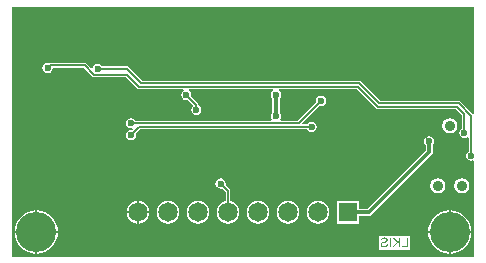
<source format=gbl>
G04*
G04 #@! TF.GenerationSoftware,Altium Limited,Altium Designer,21.6.4 (81)*
G04*
G04 Layer_Physical_Order=4*
G04 Layer_Color=16711680*
%FSLAX44Y44*%
%MOMM*%
G71*
G04*
G04 #@! TF.SameCoordinates,EAB3D259-4ACE-4868-9577-5A2B5B6BA7EE*
G04*
G04*
G04 #@! TF.FilePolarity,Positive*
G04*
G01*
G75*
%ADD40C,0.1520*%
%ADD41C,0.3500*%
%ADD42C,0.9000*%
%ADD43C,1.6500*%
%ADD44R,1.6500X1.6500*%
%ADD45C,3.4000*%
%ADD46C,0.6000*%
G36*
X395922Y125298D02*
X394668Y124911D01*
X394652Y124911D01*
X384059Y135504D01*
X383388Y135952D01*
X382596Y136110D01*
X316117D01*
X299723Y152504D01*
X299051Y152952D01*
X298259Y153110D01*
X114817D01*
X103142Y164785D01*
X102470Y165234D01*
X101678Y165392D01*
X80715D01*
X80041Y166401D01*
X78628Y167344D01*
X76962Y167676D01*
X75296Y167344D01*
X73884Y166401D01*
X72940Y164988D01*
X72766Y164113D01*
X71388Y163695D01*
X67620Y167463D01*
X66948Y167912D01*
X66156Y168070D01*
X37674D01*
X36882Y167912D01*
X36501Y167658D01*
X36210Y167852D01*
X34544Y168184D01*
X32878Y167852D01*
X31465Y166908D01*
X30522Y165496D01*
X30190Y163830D01*
X30522Y162164D01*
X31465Y160751D01*
X32878Y159808D01*
X34544Y159476D01*
X36210Y159808D01*
X37622Y160751D01*
X38566Y162164D01*
X38898Y163830D01*
X38980Y163930D01*
X65299D01*
X72692Y156536D01*
X73364Y156088D01*
X74156Y155930D01*
X101143D01*
X110536Y146537D01*
X111208Y146088D01*
X112000Y145930D01*
X149407D01*
X149792Y144660D01*
X148921Y144079D01*
X147978Y142666D01*
X147646Y141000D01*
X147978Y139334D01*
X148921Y137921D01*
X150334Y136978D01*
X152000Y136646D01*
X153190Y136883D01*
X157518Y132555D01*
X157422Y131578D01*
X156478Y130166D01*
X156146Y128500D01*
X156478Y126834D01*
X157422Y125421D01*
X158834Y124478D01*
X160500Y124146D01*
X162166Y124478D01*
X163578Y125421D01*
X164522Y126834D01*
X164854Y128500D01*
X164522Y130166D01*
X163578Y131579D01*
X162358Y132394D01*
Y132712D01*
X162200Y133504D01*
X161752Y134176D01*
X156117Y139810D01*
X156354Y141000D01*
X156022Y142666D01*
X155078Y144079D01*
X154208Y144660D01*
X154593Y145930D01*
X225407D01*
X225792Y144660D01*
X224921Y144079D01*
X223978Y142666D01*
X223646Y141000D01*
X223978Y139334D01*
X224921Y137922D01*
Y126077D01*
X223978Y124666D01*
X223646Y123000D01*
X223978Y121334D01*
X224642Y120340D01*
X224084Y119070D01*
X108971D01*
X108235Y120173D01*
X106822Y121116D01*
X105156Y121448D01*
X103490Y121116D01*
X102078Y120173D01*
X101134Y118760D01*
X100802Y117094D01*
X101134Y115428D01*
X102078Y114016D01*
X103490Y113072D01*
X105156Y112740D01*
X105902Y112889D01*
X106563Y111725D01*
X106034Y111139D01*
X105123Y111321D01*
X103457Y110989D01*
X102044Y110045D01*
X101101Y108633D01*
X100769Y106967D01*
X101101Y105301D01*
X102044Y103889D01*
X103457Y102945D01*
X105123Y102613D01*
X106789Y102945D01*
X108202Y103889D01*
X109145Y105301D01*
X109477Y106967D01*
X109240Y108157D01*
X113013Y111930D01*
X254342D01*
X254986Y110968D01*
X256398Y110024D01*
X258064Y109692D01*
X259730Y110024D01*
X261143Y110968D01*
X262086Y112380D01*
X262418Y114046D01*
X262086Y115712D01*
X261143Y117125D01*
X259730Y118068D01*
X258064Y118400D01*
X256398Y118068D01*
X254986Y117125D01*
X254281Y116070D01*
X250656D01*
X250170Y117243D01*
X264810Y131883D01*
X266000Y131646D01*
X267666Y131978D01*
X269079Y132921D01*
X270022Y134334D01*
X270354Y136000D01*
X270022Y137666D01*
X269079Y139079D01*
X267666Y140022D01*
X266000Y140354D01*
X264334Y140022D01*
X262922Y139079D01*
X261978Y137666D01*
X261646Y136000D01*
X261883Y134810D01*
X246143Y119070D01*
X231916D01*
X231358Y120340D01*
X232022Y121334D01*
X232354Y123000D01*
X232022Y124666D01*
X231079Y126077D01*
Y137922D01*
X232022Y139334D01*
X232354Y141000D01*
X232022Y142666D01*
X231078Y144079D01*
X230208Y144660D01*
X230593Y145930D01*
X296143D01*
X312537Y129536D01*
X313208Y129088D01*
X314000Y128930D01*
X380480D01*
X385280Y124129D01*
Y112718D01*
X384272Y112044D01*
X383328Y110632D01*
X382996Y108966D01*
X383328Y107300D01*
X384272Y105887D01*
X385684Y104944D01*
X387350Y104612D01*
X389016Y104944D01*
X389852Y105503D01*
X391122Y104824D01*
Y93414D01*
X390113Y92740D01*
X389170Y91328D01*
X388838Y89662D01*
X389170Y87996D01*
X390113Y86583D01*
X391526Y85640D01*
X393192Y85308D01*
X394652Y85599D01*
X395922Y84973D01*
Y4078D01*
X4078Y4078D01*
Y215922D01*
X395922Y215922D01*
Y125298D01*
D02*
G37*
%LPC*%
G36*
X375000Y121367D02*
X372563Y120883D01*
X370498Y119502D01*
X369117Y117437D01*
X368633Y115000D01*
X369117Y112563D01*
X370498Y110498D01*
X372563Y109117D01*
X375000Y108633D01*
X377437Y109117D01*
X379502Y110498D01*
X380883Y112563D01*
X381367Y115000D01*
X380883Y117437D01*
X379502Y119502D01*
X377437Y120883D01*
X375000Y121367D01*
D02*
G37*
G36*
X385160Y70567D02*
X382723Y70083D01*
X380658Y68702D01*
X379277Y66637D01*
X378793Y64200D01*
X379277Y61763D01*
X380658Y59698D01*
X382723Y58317D01*
X385160Y57833D01*
X387597Y58317D01*
X389662Y59698D01*
X391043Y61763D01*
X391527Y64200D01*
X391043Y66637D01*
X389662Y68702D01*
X387597Y70083D01*
X385160Y70567D01*
D02*
G37*
G36*
X364840D02*
X362403Y70083D01*
X360338Y68702D01*
X358957Y66637D01*
X358473Y64200D01*
X358957Y61763D01*
X360338Y59698D01*
X362403Y58317D01*
X364840Y57833D01*
X367277Y58317D01*
X369342Y59698D01*
X370723Y61763D01*
X371207Y64200D01*
X370723Y66637D01*
X369342Y68702D01*
X367277Y70083D01*
X364840Y70567D01*
D02*
G37*
G36*
X357632Y106208D02*
X355966Y105876D01*
X354553Y104932D01*
X353610Y103520D01*
X353278Y101854D01*
X353610Y100188D01*
X354553Y98777D01*
Y94239D01*
X305093Y44779D01*
X298420D01*
Y51220D01*
X279380D01*
Y32180D01*
X298420D01*
Y38621D01*
X306368D01*
X307546Y38855D01*
X308545Y39523D01*
X359809Y90787D01*
X360477Y91786D01*
X360711Y92964D01*
Y98777D01*
X361654Y100188D01*
X361986Y101854D01*
X361654Y103520D01*
X360710Y104932D01*
X359298Y105876D01*
X357632Y106208D01*
D02*
G37*
G36*
X111862Y51202D02*
Y42462D01*
X120602D01*
X120375Y44185D01*
X119416Y46501D01*
X117890Y48490D01*
X115901Y50016D01*
X113585Y50975D01*
X111862Y51202D01*
D02*
G37*
G36*
X110338D02*
X108615Y50975D01*
X106299Y50016D01*
X104310Y48490D01*
X102784Y46501D01*
X101825Y44185D01*
X101598Y42462D01*
X110338D01*
Y51202D01*
D02*
G37*
G36*
X120602Y40938D02*
X111862D01*
Y32198D01*
X113585Y32425D01*
X115901Y33384D01*
X117890Y34910D01*
X119416Y36899D01*
X120375Y39215D01*
X120602Y40938D01*
D02*
G37*
G36*
X110338D02*
X101598D01*
X101825Y39215D01*
X102784Y36899D01*
X104310Y34910D01*
X106299Y33384D01*
X108615Y32425D01*
X110338Y32198D01*
Y40938D01*
D02*
G37*
G36*
X263500Y51302D02*
X261015Y50975D01*
X258699Y50016D01*
X256710Y48490D01*
X255184Y46501D01*
X254225Y44185D01*
X253898Y41700D01*
X254225Y39215D01*
X255184Y36899D01*
X256710Y34910D01*
X258699Y33384D01*
X261015Y32425D01*
X263500Y32098D01*
X265985Y32425D01*
X268301Y33384D01*
X270290Y34910D01*
X271816Y36899D01*
X272775Y39215D01*
X273102Y41700D01*
X272775Y44185D01*
X271816Y46501D01*
X270290Y48490D01*
X268301Y50016D01*
X265985Y50975D01*
X263500Y51302D01*
D02*
G37*
G36*
X238100D02*
X235615Y50975D01*
X233299Y50016D01*
X231310Y48490D01*
X229784Y46501D01*
X228825Y44185D01*
X228498Y41700D01*
X228825Y39215D01*
X229784Y36899D01*
X231310Y34910D01*
X233299Y33384D01*
X235615Y32425D01*
X238100Y32098D01*
X240585Y32425D01*
X242901Y33384D01*
X244890Y34910D01*
X246416Y36899D01*
X247375Y39215D01*
X247702Y41700D01*
X247375Y44185D01*
X246416Y46501D01*
X244890Y48490D01*
X242901Y50016D01*
X240585Y50975D01*
X238100Y51302D01*
D02*
G37*
G36*
X212700D02*
X210215Y50975D01*
X207899Y50016D01*
X205910Y48490D01*
X204384Y46501D01*
X203425Y44185D01*
X203098Y41700D01*
X203425Y39215D01*
X204384Y36899D01*
X205910Y34910D01*
X207899Y33384D01*
X210215Y32425D01*
X212700Y32098D01*
X215185Y32425D01*
X217501Y33384D01*
X219490Y34910D01*
X221016Y36899D01*
X221975Y39215D01*
X222302Y41700D01*
X221975Y44185D01*
X221016Y46501D01*
X219490Y48490D01*
X217501Y50016D01*
X215185Y50975D01*
X212700Y51302D01*
D02*
G37*
G36*
X181000Y70354D02*
X179334Y70022D01*
X177922Y69078D01*
X176978Y67666D01*
X176646Y66000D01*
X176978Y64334D01*
X177922Y62922D01*
X179334Y61978D01*
X181000Y61646D01*
X182190Y61883D01*
X185230Y58843D01*
Y51030D01*
X184815Y50975D01*
X182499Y50016D01*
X180510Y48490D01*
X178984Y46501D01*
X178025Y44185D01*
X177698Y41700D01*
X178025Y39215D01*
X178984Y36899D01*
X180510Y34910D01*
X182499Y33384D01*
X184815Y32425D01*
X187300Y32098D01*
X189785Y32425D01*
X192101Y33384D01*
X194090Y34910D01*
X195616Y36899D01*
X196575Y39215D01*
X196902Y41700D01*
X196575Y44185D01*
X195616Y46501D01*
X194090Y48490D01*
X192101Y50016D01*
X189785Y50975D01*
X189370Y51030D01*
Y59700D01*
X189212Y60492D01*
X188764Y61164D01*
X185117Y64810D01*
X185354Y66000D01*
X185022Y67666D01*
X184079Y69078D01*
X182666Y70022D01*
X181000Y70354D01*
D02*
G37*
G36*
X161900Y51302D02*
X159415Y50975D01*
X157099Y50016D01*
X155110Y48490D01*
X153584Y46501D01*
X152625Y44185D01*
X152298Y41700D01*
X152625Y39215D01*
X153584Y36899D01*
X155110Y34910D01*
X157099Y33384D01*
X159415Y32425D01*
X161900Y32098D01*
X164385Y32425D01*
X166701Y33384D01*
X168690Y34910D01*
X170216Y36899D01*
X171175Y39215D01*
X171502Y41700D01*
X171175Y44185D01*
X170216Y46501D01*
X168690Y48490D01*
X166701Y50016D01*
X164385Y50975D01*
X161900Y51302D01*
D02*
G37*
G36*
X136500D02*
X134015Y50975D01*
X131699Y50016D01*
X129710Y48490D01*
X128184Y46501D01*
X127225Y44185D01*
X126898Y41700D01*
X127225Y39215D01*
X128184Y36899D01*
X129710Y34910D01*
X131699Y33384D01*
X134015Y32425D01*
X136500Y32098D01*
X138985Y32425D01*
X141301Y33384D01*
X143290Y34910D01*
X144816Y36899D01*
X145775Y39215D01*
X146102Y41700D01*
X145775Y44185D01*
X144816Y46501D01*
X143290Y48490D01*
X141301Y50016D01*
X138985Y50975D01*
X136500Y51302D01*
D02*
G37*
G36*
X375762Y43283D02*
Y25762D01*
X393283D01*
X393006Y28582D01*
X391961Y32025D01*
X390264Y35199D01*
X387981Y37981D01*
X385199Y40264D01*
X382025Y41961D01*
X378582Y43006D01*
X375762Y43283D01*
D02*
G37*
G36*
X374238D02*
X371418Y43006D01*
X367975Y41961D01*
X364801Y40264D01*
X362019Y37981D01*
X359736Y35199D01*
X358039Y32025D01*
X356994Y28582D01*
X356717Y25762D01*
X374238D01*
Y43283D01*
D02*
G37*
G36*
X25762D02*
Y25762D01*
X43283D01*
X43006Y28582D01*
X41961Y32025D01*
X40264Y35199D01*
X37981Y37981D01*
X35199Y40264D01*
X32025Y41961D01*
X28582Y43006D01*
X25762Y43283D01*
D02*
G37*
G36*
X24238D02*
X21418Y43006D01*
X17975Y41961D01*
X14801Y40264D01*
X12019Y37981D01*
X9736Y35199D01*
X8039Y32025D01*
X6994Y28582D01*
X6717Y25762D01*
X24238D01*
Y43283D01*
D02*
G37*
G36*
X341250Y21500D02*
X315000D01*
Y10000D01*
X341250D01*
Y21500D01*
D02*
G37*
G36*
X393283Y24238D02*
X375762D01*
Y6717D01*
X378582Y6994D01*
X382025Y8039D01*
X385199Y9736D01*
X387981Y12019D01*
X390264Y14801D01*
X391961Y17975D01*
X393006Y21418D01*
X393283Y24238D01*
D02*
G37*
G36*
X374238D02*
X356717D01*
X356994Y21418D01*
X358039Y17975D01*
X359736Y14801D01*
X362019Y12019D01*
X364801Y9736D01*
X367975Y8039D01*
X371418Y6994D01*
X374238Y6717D01*
Y24238D01*
D02*
G37*
G36*
X43283D02*
X25762D01*
Y6717D01*
X28582Y6994D01*
X32025Y8039D01*
X35199Y9736D01*
X37981Y12019D01*
X40264Y14801D01*
X41961Y17975D01*
X43006Y21418D01*
X43283Y24238D01*
D02*
G37*
G36*
X24238D02*
X6717D01*
X6994Y21418D01*
X8039Y17975D01*
X9736Y14801D01*
X12019Y12019D01*
X14801Y9736D01*
X17975Y8039D01*
X21418Y6994D01*
X24238Y6717D01*
Y24238D01*
D02*
G37*
%LPD*%
G36*
X333272Y12135D02*
X332198D01*
Y14951D01*
X330872Y16230D01*
X327980Y12135D01*
X326559D01*
X330121Y16958D01*
X326706Y20255D01*
X328167D01*
X332198Y16224D01*
Y20255D01*
X333272D01*
Y12135D01*
D02*
G37*
G36*
X339579D02*
X334510D01*
Y13091D01*
X338506D01*
Y20255D01*
X339579D01*
Y12135D01*
D02*
G37*
G36*
X325486D02*
X324412D01*
Y20255D01*
X325486D01*
Y12135D01*
D02*
G37*
G36*
X319871Y20390D02*
X320017Y20385D01*
X320158Y20373D01*
X320299Y20355D01*
X320428Y20332D01*
X320551Y20308D01*
X320663Y20285D01*
X320768Y20255D01*
X320868Y20232D01*
X320956Y20203D01*
X321027Y20179D01*
X321091Y20162D01*
X321144Y20138D01*
X321179Y20126D01*
X321203Y20120D01*
X321208Y20115D01*
X321332Y20062D01*
X321443Y20003D01*
X321549Y19939D01*
X321648Y19874D01*
X321742Y19804D01*
X321825Y19739D01*
X321901Y19669D01*
X321965Y19604D01*
X322024Y19546D01*
X322077Y19487D01*
X322124Y19440D01*
X322159Y19393D01*
X322188Y19358D01*
X322206Y19328D01*
X322218Y19311D01*
X322224Y19305D01*
X322282Y19205D01*
X322335Y19100D01*
X322382Y19000D01*
X322423Y18900D01*
X322458Y18800D01*
X322488Y18706D01*
X322505Y18618D01*
X322529Y18530D01*
X322540Y18448D01*
X322552Y18378D01*
X322558Y18313D01*
X322564Y18261D01*
X322570Y18214D01*
Y18184D01*
Y18161D01*
Y18155D01*
X322564Y18049D01*
X322558Y17950D01*
X322523Y17762D01*
X322482Y17592D01*
X322452Y17515D01*
X322429Y17439D01*
X322400Y17375D01*
X322376Y17316D01*
X322353Y17269D01*
X322329Y17228D01*
X322312Y17193D01*
X322300Y17169D01*
X322294Y17152D01*
X322288Y17146D01*
X322229Y17064D01*
X322171Y16981D01*
X322030Y16835D01*
X321889Y16706D01*
X321748Y16600D01*
X321678Y16553D01*
X321619Y16512D01*
X321561Y16471D01*
X321514Y16442D01*
X321473Y16418D01*
X321443Y16401D01*
X321426Y16395D01*
X321420Y16389D01*
X321326Y16342D01*
X321226Y16301D01*
X321109Y16254D01*
X320985Y16207D01*
X320727Y16119D01*
X320469Y16043D01*
X320352Y16007D01*
X320234Y15978D01*
X320129Y15949D01*
X320041Y15925D01*
X319965Y15908D01*
X319906Y15890D01*
X319888Y15884D01*
X319871D01*
X319865Y15878D01*
X319859D01*
X319660Y15831D01*
X319478Y15784D01*
X319307Y15743D01*
X319161Y15702D01*
X319026Y15667D01*
X318909Y15638D01*
X318809Y15609D01*
X318715Y15579D01*
X318639Y15556D01*
X318574Y15538D01*
X318527Y15520D01*
X318486Y15509D01*
X318451Y15497D01*
X318433Y15491D01*
X318421Y15485D01*
X318416D01*
X318322Y15444D01*
X318240Y15409D01*
X318157Y15368D01*
X318087Y15327D01*
X318017Y15286D01*
X317958Y15245D01*
X317905Y15204D01*
X317858Y15168D01*
X317817Y15133D01*
X317782Y15098D01*
X317723Y15045D01*
X317694Y15010D01*
X317682Y15004D01*
Y14998D01*
X317606Y14887D01*
X317547Y14775D01*
X317506Y14664D01*
X317483Y14564D01*
X317465Y14470D01*
X317459Y14435D01*
Y14400D01*
X317453Y14370D01*
Y14353D01*
Y14341D01*
Y14335D01*
X317465Y14200D01*
X317488Y14065D01*
X317530Y13948D01*
X317571Y13848D01*
X317612Y13760D01*
X317635Y13725D01*
X317653Y13696D01*
X317665Y13672D01*
X317676Y13655D01*
X317688Y13643D01*
Y13637D01*
X317782Y13526D01*
X317893Y13426D01*
X318011Y13338D01*
X318122Y13267D01*
X318228Y13215D01*
X318269Y13191D01*
X318310Y13174D01*
X318339Y13156D01*
X318363Y13144D01*
X318380Y13138D01*
X318386D01*
X318568Y13080D01*
X318750Y13033D01*
X318932Y13003D01*
X319102Y12980D01*
X319178Y12974D01*
X319249Y12968D01*
X319307Y12962D01*
X319360D01*
X319407Y12956D01*
X319466D01*
X319718Y12968D01*
X319953Y12992D01*
X320064Y13015D01*
X320164Y13033D01*
X320264Y13056D01*
X320352Y13080D01*
X320428Y13097D01*
X320504Y13121D01*
X320563Y13144D01*
X320616Y13162D01*
X320657Y13174D01*
X320692Y13185D01*
X320710Y13197D01*
X320716D01*
X320815Y13244D01*
X320909Y13291D01*
X320997Y13344D01*
X321073Y13396D01*
X321150Y13449D01*
X321214Y13502D01*
X321279Y13555D01*
X321332Y13602D01*
X321379Y13649D01*
X321420Y13690D01*
X321455Y13725D01*
X321478Y13760D01*
X321502Y13790D01*
X321519Y13807D01*
X321525Y13819D01*
X321531Y13825D01*
X321619Y13983D01*
X321690Y14147D01*
X321748Y14318D01*
X321789Y14476D01*
X321807Y14552D01*
X321825Y14617D01*
X321836Y14681D01*
X321842Y14734D01*
X321854Y14775D01*
Y14805D01*
X321860Y14828D01*
Y14834D01*
X322875Y14746D01*
X322869Y14593D01*
X322851Y14447D01*
X322828Y14306D01*
X322799Y14171D01*
X322763Y14048D01*
X322728Y13924D01*
X322687Y13813D01*
X322646Y13707D01*
X322611Y13614D01*
X322570Y13531D01*
X322534Y13461D01*
X322499Y13396D01*
X322476Y13349D01*
X322452Y13314D01*
X322441Y13291D01*
X322435Y13285D01*
X322353Y13168D01*
X322265Y13056D01*
X322171Y12956D01*
X322071Y12862D01*
X321977Y12774D01*
X321877Y12692D01*
X321783Y12622D01*
X321690Y12557D01*
X321608Y12505D01*
X321525Y12452D01*
X321455Y12411D01*
X321390Y12376D01*
X321338Y12352D01*
X321302Y12334D01*
X321273Y12323D01*
X321267Y12317D01*
X321126Y12264D01*
X320974Y12211D01*
X320821Y12170D01*
X320663Y12135D01*
X320352Y12076D01*
X320205Y12059D01*
X320064Y12041D01*
X319929Y12029D01*
X319806Y12018D01*
X319695Y12012D01*
X319601Y12006D01*
X319524Y12000D01*
X319419D01*
X319261Y12006D01*
X319102Y12012D01*
X318950Y12029D01*
X318809Y12047D01*
X318674Y12076D01*
X318545Y12100D01*
X318421Y12129D01*
X318310Y12158D01*
X318210Y12188D01*
X318122Y12217D01*
X318046Y12246D01*
X317981Y12270D01*
X317929Y12287D01*
X317887Y12305D01*
X317864Y12311D01*
X317858Y12317D01*
X317729Y12381D01*
X317612Y12446D01*
X317500Y12516D01*
X317400Y12587D01*
X317307Y12663D01*
X317219Y12739D01*
X317136Y12810D01*
X317066Y12880D01*
X317002Y12945D01*
X316949Y13003D01*
X316902Y13062D01*
X316867Y13109D01*
X316837Y13150D01*
X316814Y13179D01*
X316802Y13197D01*
X316796Y13203D01*
X316732Y13314D01*
X316673Y13420D01*
X316620Y13531D01*
X316579Y13637D01*
X316544Y13743D01*
X316515Y13842D01*
X316485Y13942D01*
X316468Y14030D01*
X316450Y14118D01*
X316438Y14194D01*
X316432Y14259D01*
X316427Y14318D01*
X316421Y14365D01*
Y14400D01*
Y14423D01*
Y14429D01*
X316427Y14552D01*
X316432Y14664D01*
X316450Y14775D01*
X316474Y14881D01*
X316497Y14986D01*
X316526Y15080D01*
X316562Y15168D01*
X316591Y15251D01*
X316620Y15321D01*
X316655Y15386D01*
X316685Y15444D01*
X316708Y15491D01*
X316732Y15526D01*
X316743Y15556D01*
X316755Y15573D01*
X316761Y15579D01*
X316831Y15673D01*
X316902Y15761D01*
X317066Y15925D01*
X317242Y16066D01*
X317330Y16131D01*
X317412Y16184D01*
X317494Y16236D01*
X317571Y16283D01*
X317635Y16318D01*
X317694Y16354D01*
X317741Y16377D01*
X317782Y16395D01*
X317805Y16406D01*
X317811Y16412D01*
X317911Y16453D01*
X318028Y16494D01*
X318157Y16541D01*
X318298Y16582D01*
X318445Y16629D01*
X318592Y16671D01*
X318891Y16747D01*
X319032Y16788D01*
X319167Y16817D01*
X319290Y16846D01*
X319395Y16876D01*
X319484Y16893D01*
X319519Y16905D01*
X319548Y16911D01*
X319571Y16917D01*
X319589D01*
X319601Y16923D01*
X319607D01*
X319841Y16981D01*
X320053Y17034D01*
X320240Y17087D01*
X320410Y17140D01*
X320557Y17193D01*
X320692Y17240D01*
X320804Y17286D01*
X320903Y17328D01*
X320985Y17369D01*
X321050Y17404D01*
X321109Y17433D01*
X321150Y17463D01*
X321185Y17480D01*
X321203Y17498D01*
X321214Y17504D01*
X321220Y17509D01*
X321273Y17562D01*
X321320Y17621D01*
X321367Y17680D01*
X321402Y17744D01*
X321455Y17861D01*
X321490Y17979D01*
X321514Y18079D01*
X321519Y18120D01*
X321525Y18161D01*
X321531Y18190D01*
Y18214D01*
Y18225D01*
Y18231D01*
X321525Y18325D01*
X321514Y18413D01*
X321490Y18501D01*
X321461Y18577D01*
X321390Y18724D01*
X321349Y18794D01*
X321308Y18853D01*
X321267Y18906D01*
X321232Y18953D01*
X321191Y18994D01*
X321161Y19029D01*
X321132Y19059D01*
X321109Y19076D01*
X321097Y19088D01*
X321091Y19094D01*
X321003Y19158D01*
X320903Y19211D01*
X320792Y19258D01*
X320680Y19299D01*
X320563Y19334D01*
X320446Y19364D01*
X320211Y19405D01*
X320105Y19422D01*
X320000Y19434D01*
X319912Y19440D01*
X319830Y19446D01*
X319765Y19452D01*
X319671D01*
X319501Y19446D01*
X319343Y19434D01*
X319196Y19416D01*
X319055Y19393D01*
X318932Y19358D01*
X318815Y19328D01*
X318709Y19293D01*
X318615Y19258D01*
X318533Y19217D01*
X318463Y19182D01*
X318404Y19152D01*
X318351Y19123D01*
X318310Y19094D01*
X318286Y19076D01*
X318269Y19064D01*
X318263Y19059D01*
X318181Y18982D01*
X318105Y18894D01*
X318034Y18806D01*
X317976Y18712D01*
X317923Y18613D01*
X317876Y18519D01*
X317835Y18425D01*
X317805Y18331D01*
X317776Y18243D01*
X317753Y18161D01*
X317735Y18084D01*
X317723Y18026D01*
X317712Y17973D01*
X317706Y17932D01*
X317700Y17909D01*
Y17897D01*
X316667Y17973D01*
X316679Y18102D01*
X316691Y18231D01*
X316714Y18354D01*
X316743Y18472D01*
X316773Y18583D01*
X316808Y18689D01*
X316843Y18789D01*
X316878Y18877D01*
X316919Y18959D01*
X316949Y19029D01*
X316984Y19094D01*
X317013Y19146D01*
X317037Y19188D01*
X317054Y19223D01*
X317066Y19240D01*
X317072Y19246D01*
X317142Y19352D01*
X317225Y19446D01*
X317307Y19540D01*
X317395Y19622D01*
X317483Y19698D01*
X317571Y19768D01*
X317653Y19833D01*
X317741Y19886D01*
X317817Y19939D01*
X317893Y19980D01*
X317958Y20021D01*
X318017Y20050D01*
X318064Y20073D01*
X318099Y20091D01*
X318122Y20097D01*
X318128Y20103D01*
X318257Y20156D01*
X318392Y20203D01*
X318527Y20238D01*
X318668Y20273D01*
X318932Y20326D01*
X319061Y20343D01*
X319178Y20361D01*
X319296Y20373D01*
X319395Y20379D01*
X319489Y20390D01*
X319566D01*
X319630Y20396D01*
X319718D01*
X319871Y20390D01*
D02*
G37*
D40*
X187300Y41700D02*
Y59700D01*
X181000Y66000D02*
X187300Y59700D01*
X105123Y106967D02*
X112156Y114000D01*
X258018D02*
X258064Y114046D01*
X112156Y114000D02*
X258018D01*
X105156Y117094D02*
X105250Y117000D01*
X247000D01*
X266000Y136000D01*
X66156Y166000D02*
X74156Y158000D01*
X34544Y163830D02*
X35504D01*
X37674Y166000D01*
X66156D01*
X152000Y141000D02*
X160288Y132712D01*
Y128712D02*
Y132712D01*
Y128712D02*
X160500Y128500D01*
X113960Y151040D02*
X298259D01*
X76962Y163322D02*
X101678D01*
X113960Y151040D01*
X74156Y158000D02*
X102000D01*
X112000Y148000D01*
X297000D01*
X314000Y131000D01*
X298259Y151040D02*
X315259Y134040D01*
X382596D02*
X393192Y123444D01*
X315259Y134040D02*
X382596D01*
X314000Y131000D02*
X381337D01*
X387350Y124987D01*
Y108966D02*
Y124987D01*
X393192Y89662D02*
Y123444D01*
D41*
X228000Y123000D02*
Y141000D01*
X357632Y92964D02*
Y101854D01*
X306368Y41700D02*
X357632Y92964D01*
X288900Y41700D02*
X306368D01*
D42*
X364840Y64200D02*
D03*
X385160D02*
D03*
X375000Y115000D02*
D03*
D43*
X161900Y41700D02*
D03*
X187300D02*
D03*
X212700D02*
D03*
X263500D02*
D03*
X238100D02*
D03*
X136500D02*
D03*
X111100D02*
D03*
D44*
X288900D02*
D03*
D45*
X375000Y25000D02*
D03*
X25000D02*
D03*
D46*
X181000Y66000D02*
D03*
X392000Y77000D02*
D03*
Y137000D02*
D03*
Y152000D02*
D03*
Y167000D02*
D03*
Y182000D02*
D03*
Y197000D02*
D03*
Y212000D02*
D03*
X353000Y8000D02*
D03*
Y19000D02*
D03*
X308000Y8000D02*
D03*
X293000D02*
D03*
X278000D02*
D03*
X263000D02*
D03*
X248000D02*
D03*
X233000D02*
D03*
X218000D02*
D03*
X203000D02*
D03*
X308000Y19000D02*
D03*
X293000D02*
D03*
X278000D02*
D03*
X263000D02*
D03*
X248000D02*
D03*
X233000D02*
D03*
X218000D02*
D03*
X203000D02*
D03*
X188000Y8000D02*
D03*
X173000D02*
D03*
X158000D02*
D03*
X143000D02*
D03*
X128000D02*
D03*
X113000D02*
D03*
X98000D02*
D03*
X83000D02*
D03*
X68000D02*
D03*
X53000D02*
D03*
X188000Y19000D02*
D03*
X173000D02*
D03*
X158000D02*
D03*
X143000D02*
D03*
X128000D02*
D03*
X113000D02*
D03*
X98000D02*
D03*
X83000D02*
D03*
X68000D02*
D03*
X53000D02*
D03*
X81000Y109000D02*
D03*
X79000Y149000D02*
D03*
Y126000D02*
D03*
X68000Y116000D02*
D03*
X36000Y117000D02*
D03*
X34000Y137000D02*
D03*
X288000Y130000D02*
D03*
X263000Y80000D02*
D03*
X248000D02*
D03*
X233000D02*
D03*
X218000D02*
D03*
X203000D02*
D03*
X188000D02*
D03*
X173000D02*
D03*
X158000D02*
D03*
X143000D02*
D03*
X128000D02*
D03*
X116000Y92000D02*
D03*
X130000Y107000D02*
D03*
X104000Y80000D02*
D03*
X105000Y98000D02*
D03*
X107000Y131000D02*
D03*
X134000Y124000D02*
D03*
X150000D02*
D03*
X160500Y128500D02*
D03*
X152000Y141000D02*
D03*
X383000Y212000D02*
D03*
Y197000D02*
D03*
Y182000D02*
D03*
Y167000D02*
D03*
Y152000D02*
D03*
Y47000D02*
D03*
X368000Y212000D02*
D03*
Y197000D02*
D03*
Y182000D02*
D03*
Y167000D02*
D03*
Y152000D02*
D03*
Y122000D02*
D03*
Y47000D02*
D03*
X353000Y212000D02*
D03*
Y197000D02*
D03*
Y182000D02*
D03*
Y167000D02*
D03*
Y152000D02*
D03*
Y122000D02*
D03*
Y62000D02*
D03*
Y47000D02*
D03*
Y32000D02*
D03*
X338000Y212000D02*
D03*
Y197000D02*
D03*
Y182000D02*
D03*
Y167000D02*
D03*
Y152000D02*
D03*
Y107000D02*
D03*
Y92000D02*
D03*
Y62000D02*
D03*
Y47000D02*
D03*
Y32000D02*
D03*
X323000Y212000D02*
D03*
Y197000D02*
D03*
Y182000D02*
D03*
Y167000D02*
D03*
Y152000D02*
D03*
Y122000D02*
D03*
Y107000D02*
D03*
Y92000D02*
D03*
Y47000D02*
D03*
Y32000D02*
D03*
X308000Y212000D02*
D03*
Y197000D02*
D03*
Y182000D02*
D03*
Y167000D02*
D03*
Y122000D02*
D03*
Y107000D02*
D03*
Y92000D02*
D03*
Y62000D02*
D03*
Y32000D02*
D03*
X293000Y212000D02*
D03*
Y197000D02*
D03*
Y167000D02*
D03*
Y92000D02*
D03*
Y62000D02*
D03*
X278000Y212000D02*
D03*
Y197000D02*
D03*
Y167000D02*
D03*
Y92000D02*
D03*
Y62000D02*
D03*
X263000Y212000D02*
D03*
Y197000D02*
D03*
Y182000D02*
D03*
Y167000D02*
D03*
Y122000D02*
D03*
Y92000D02*
D03*
Y62000D02*
D03*
X248000Y212000D02*
D03*
Y197000D02*
D03*
Y182000D02*
D03*
Y167000D02*
D03*
Y137000D02*
D03*
Y107000D02*
D03*
Y92000D02*
D03*
Y62000D02*
D03*
X233000Y212000D02*
D03*
Y197000D02*
D03*
Y182000D02*
D03*
Y167000D02*
D03*
Y107000D02*
D03*
Y92000D02*
D03*
Y62000D02*
D03*
X218000Y212000D02*
D03*
Y197000D02*
D03*
Y182000D02*
D03*
Y167000D02*
D03*
Y107000D02*
D03*
Y92000D02*
D03*
Y62000D02*
D03*
X203000Y212000D02*
D03*
Y197000D02*
D03*
Y182000D02*
D03*
Y167000D02*
D03*
Y107000D02*
D03*
Y92000D02*
D03*
Y62000D02*
D03*
X188000Y212000D02*
D03*
Y197000D02*
D03*
Y182000D02*
D03*
Y167000D02*
D03*
Y107000D02*
D03*
Y92000D02*
D03*
X173000Y212000D02*
D03*
Y197000D02*
D03*
Y182000D02*
D03*
Y167000D02*
D03*
Y107000D02*
D03*
Y92000D02*
D03*
X158000Y212000D02*
D03*
Y197000D02*
D03*
Y182000D02*
D03*
Y167000D02*
D03*
Y107000D02*
D03*
Y92000D02*
D03*
X143000Y212000D02*
D03*
Y197000D02*
D03*
Y182000D02*
D03*
Y167000D02*
D03*
Y107000D02*
D03*
Y92000D02*
D03*
X128000Y212000D02*
D03*
Y197000D02*
D03*
Y92000D02*
D03*
Y32000D02*
D03*
X113000Y212000D02*
D03*
Y197000D02*
D03*
Y107000D02*
D03*
X98000Y212000D02*
D03*
Y197000D02*
D03*
Y47000D02*
D03*
Y32000D02*
D03*
X83000Y212000D02*
D03*
Y197000D02*
D03*
Y47000D02*
D03*
Y32000D02*
D03*
X68000Y212000D02*
D03*
Y197000D02*
D03*
Y137000D02*
D03*
Y77000D02*
D03*
Y47000D02*
D03*
Y32000D02*
D03*
X53000Y212000D02*
D03*
Y197000D02*
D03*
Y77000D02*
D03*
Y47000D02*
D03*
Y32000D02*
D03*
X38000Y212000D02*
D03*
Y197000D02*
D03*
Y77000D02*
D03*
Y47000D02*
D03*
X23000Y212000D02*
D03*
Y197000D02*
D03*
Y182000D02*
D03*
Y167000D02*
D03*
Y152000D02*
D03*
Y47000D02*
D03*
X8000Y212000D02*
D03*
Y197000D02*
D03*
Y62000D02*
D03*
Y47000D02*
D03*
X228000Y123000D02*
D03*
Y141000D02*
D03*
X266000Y136000D02*
D03*
X357632Y101854D02*
D03*
X258064Y114046D02*
D03*
X105123Y106967D02*
D03*
X105156Y117094D02*
D03*
X76962Y163322D02*
D03*
X387350Y108966D02*
D03*
X393192Y89662D02*
D03*
X34544Y163830D02*
D03*
M02*

</source>
